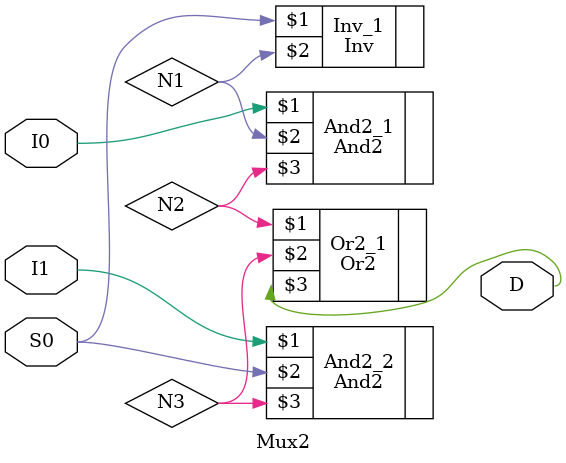
<source format=v>
module Mux2(I1, I0, S0, D);
	input I1, I0;
	input S0;
	output D;

	wire N1, N2, N3;

	Inv Inv_1(S0, N1);
	And2 And2_1(I0, N1, N2);
	And2 And2_2(I1, S0, N3);
	Or2 Or2_1(N2, N3, D);
endmodule

</source>
